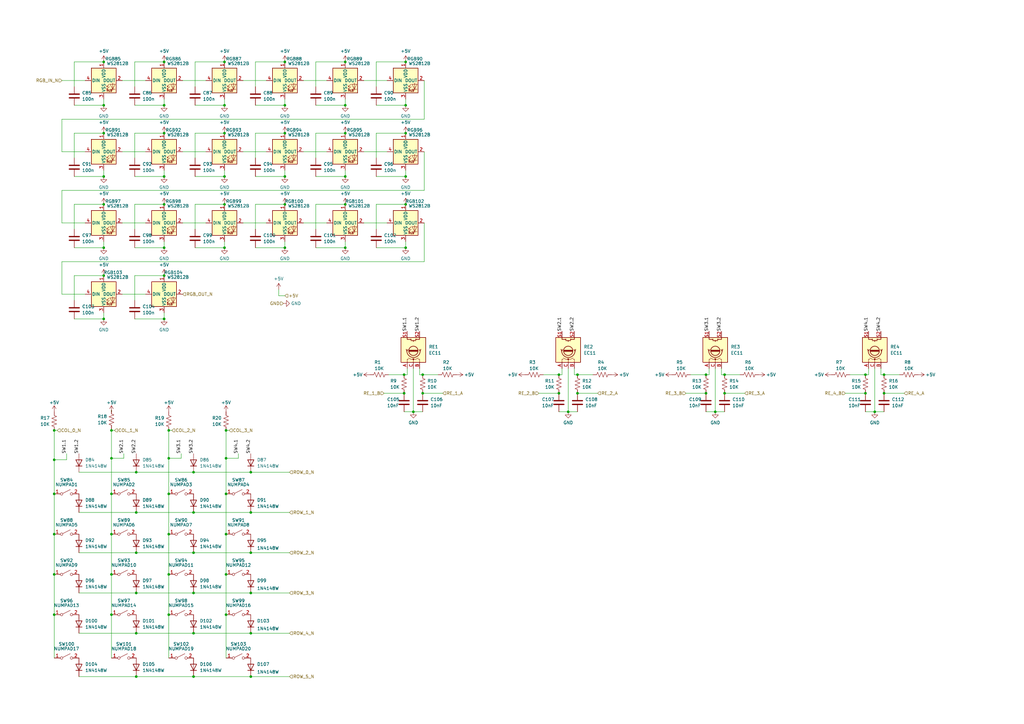
<source format=kicad_sch>
(kicad_sch (version 20230121) (generator eeschema)
  (paper "A3")
  (junction (at 55.88 243.205))
  (junction (at 79.375 259.715))
  (junction (at 22.225 188.595))
  (junction (at 79.375 277.495))
  (junction (at 79.375 226.695))
  (junction (at 358.775 168.91))
  (junction (at 67.31 54.61))
  (junction (at 55.88 193.675))
  (junction (at 22.225 176.53))
  (junction (at 42.545 72.39))
  (junction (at 42.545 83.82))
  (junction (at 92.075 101.6))
  (junction (at 55.88 277.495))
  (junction (at 92.71 252.095))
  (junction (at 79.375 210.185))
  (junction (at 92.075 54.61))
  (junction (at 22.225 252.095))
  (junction (at 67.31 83.82))
  (junction (at 141.605 43.18))
  (junction (at 42.545 25.4))
  (junction (at 173.355 153.67))
  (junction (at 166.37 72.39))
  (junction (at 92.71 219.075))
  (junction (at 229.235 161.29))
  (junction (at 116.84 83.82))
  (junction (at 67.31 130.81))
  (junction (at 116.84 25.4))
  (junction (at 165.735 161.29))
  (junction (at 22.225 202.565))
  (junction (at 92.075 43.18))
  (junction (at 166.37 43.18))
  (junction (at 297.18 161.29))
  (junction (at 45.72 235.585))
  (junction (at 69.215 219.075))
  (junction (at 293.37 168.91))
  (junction (at 165.735 153.67))
  (junction (at 22.225 235.585))
  (junction (at 69.215 202.565))
  (junction (at 42.545 130.81))
  (junction (at 173.355 161.29))
  (junction (at 69.215 187.96))
  (junction (at 116.84 72.39))
  (junction (at 102.87 193.675))
  (junction (at 45.72 176.53))
  (junction (at 354.965 153.67))
  (junction (at 102.87 226.695))
  (junction (at 92.075 83.82))
  (junction (at 116.84 43.18))
  (junction (at 92.71 187.96))
  (junction (at 362.585 153.67))
  (junction (at 42.545 101.6))
  (junction (at 116.84 101.6))
  (junction (at 45.72 202.565))
  (junction (at 22.225 219.075))
  (junction (at 79.375 243.205))
  (junction (at 102.87 210.185))
  (junction (at 42.545 113.03))
  (junction (at 229.235 153.67))
  (junction (at 92.71 176.53))
  (junction (at 42.545 43.18))
  (junction (at 166.37 83.82))
  (junction (at 297.18 153.67))
  (junction (at 141.605 101.6))
  (junction (at 236.855 161.29))
  (junction (at 169.545 168.91))
  (junction (at 233.045 168.91))
  (junction (at 92.71 235.585))
  (junction (at 45.72 219.075))
  (junction (at 102.87 243.205))
  (junction (at 67.31 113.03))
  (junction (at 289.56 161.29))
  (junction (at 67.31 101.6))
  (junction (at 166.37 54.61))
  (junction (at 67.31 72.39))
  (junction (at 166.37 101.6))
  (junction (at 92.71 202.565))
  (junction (at 92.075 25.4))
  (junction (at 42.545 54.61))
  (junction (at 67.31 25.4))
  (junction (at 236.855 153.67))
  (junction (at 45.72 187.96))
  (junction (at 102.87 259.715))
  (junction (at 141.605 83.82))
  (junction (at 354.965 161.29))
  (junction (at 79.375 193.675))
  (junction (at 69.215 176.53))
  (junction (at 362.585 161.29))
  (junction (at 55.88 210.185))
  (junction (at 55.88 226.695))
  (junction (at 141.605 54.61))
  (junction (at 69.215 252.095))
  (junction (at 69.215 235.585))
  (junction (at 289.56 153.67))
  (junction (at 102.87 277.495))
  (junction (at 116.84 54.61))
  (junction (at 67.31 43.18))
  (junction (at 141.605 72.39))
  (junction (at 141.605 25.4))
  (junction (at 166.37 25.4))
  (junction (at 92.075 72.39))
  (junction (at 55.88 259.715))
  (junction (at 45.72 252.095))
  (wire (pts (xy 116.84 54.61) (xy 104.775 54.61)))
  (wire (pts (xy 92.075 54.61) (xy 80.01 54.61)))
  (wire (pts (xy 79.375 226.695) (xy 102.87 226.695)))
  (wire (pts (xy 25.4 107.315) (xy 173.99 107.315)))
  (wire (pts (xy 22.225 188.595) (xy 27.305 188.595)))
  (wire (pts (xy 55.88 243.205) (xy 79.375 243.205)))
  (wire (pts (xy 67.31 83.82) (xy 55.245 83.82)))
  (wire (pts (xy 50.165 120.65) (xy 59.69 120.65)))
  (wire (pts (xy 42.545 83.82) (xy 30.48 83.82)))
  (wire (pts (xy 230.505 151.13) (xy 230.505 153.67)))
  (wire (pts (xy 293.37 168.91) (xy 297.18 168.91)))
  (wire (pts (xy 129.54 54.61) (xy 129.54 64.77)))
  (wire (pts (xy 173.355 153.67) (xy 172.085 153.67)))
  (wire (pts (xy 79.375 243.205) (xy 102.87 243.205)))
  (wire (pts (xy 283.21 153.67) (xy 289.56 153.67)))
  (wire (pts (xy 92.075 43.18) (xy 92.075 40.64)))
  (wire (pts (xy 67.31 130.81) (xy 67.31 128.27)))
  (wire (pts (xy 99.695 91.44) (xy 109.22 91.44)))
  (wire (pts (xy 129.54 43.18) (xy 141.605 43.18)))
  (wire (pts (xy 25.4 78.105) (xy 25.4 91.44)))
  (wire (pts (xy 356.235 151.13) (xy 356.235 153.67)))
  (wire (pts (xy 99.695 62.23) (xy 109.22 62.23)))
  (wire (pts (xy 22.225 176.53) (xy 23.495 176.53)))
  (wire (pts (xy 104.775 72.39) (xy 116.84 72.39)))
  (wire (pts (xy 92.71 176.53) (xy 93.98 176.53)))
  (wire (pts (xy 166.37 101.6) (xy 166.37 99.06)))
  (wire (pts (xy 92.075 25.4) (xy 80.01 25.4)))
  (wire (pts (xy 166.37 43.18) (xy 166.37 40.64)))
  (wire (pts (xy 80.01 72.39) (xy 92.075 72.39)))
  (wire (pts (xy 67.31 25.4) (xy 55.245 25.4)))
  (wire (pts (xy 32.385 193.675) (xy 55.88 193.675)))
  (wire (pts (xy 55.245 83.82) (xy 55.245 93.98)))
  (wire (pts (xy 149.225 62.23) (xy 158.75 62.23)))
  (wire (pts (xy 42.545 72.39) (xy 42.545 69.85)))
  (wire (pts (xy 116.84 25.4) (xy 104.775 25.4)))
  (wire (pts (xy 25.4 107.315) (xy 25.4 120.65)))
  (wire (pts (xy 67.31 72.39) (xy 67.31 69.85)))
  (wire (pts (xy 129.54 101.6) (xy 141.605 101.6)))
  (wire (pts (xy 289.56 161.29) (xy 281.305 161.29)))
  (wire (pts (xy 229.235 153.67) (xy 230.505 153.67)))
  (wire (pts (xy 165.735 153.67) (xy 167.005 153.67)))
  (wire (pts (xy 236.855 161.29) (xy 245.11 161.29)))
  (wire (pts (xy 30.48 130.81) (xy 42.545 130.81)))
  (wire (pts (xy 354.965 153.67) (xy 356.235 153.67)))
  (wire (pts (xy 236.855 153.67) (xy 235.585 153.67)))
  (wire (pts (xy 233.045 168.91) (xy 236.855 168.91)))
  (wire (pts (xy 289.56 168.91) (xy 293.37 168.91)))
  (wire (pts (xy 74.295 186.055) (xy 74.295 187.96)))
  (wire (pts (xy 55.245 25.4) (xy 55.245 35.56)))
  (wire (pts (xy 74.295 187.96) (xy 69.215 187.96)))
  (wire (pts (xy 361.315 151.13) (xy 361.315 153.67)))
  (wire (pts (xy 297.18 161.29) (xy 305.435 161.29)))
  (wire (pts (xy 229.235 168.91) (xy 233.045 168.91)))
  (wire (pts (xy 141.605 25.4) (xy 129.54 25.4)))
  (wire (pts (xy 173.99 62.23) (xy 173.99 78.105)))
  (wire (pts (xy 159.385 153.67) (xy 165.735 153.67)))
  (wire (pts (xy 55.245 130.81) (xy 67.31 130.81)))
  (wire (pts (xy 22.225 235.585) (xy 22.225 252.095)))
  (wire (pts (xy 243.205 153.67) (xy 236.855 153.67)))
  (wire (pts (xy 169.545 168.91) (xy 173.355 168.91)))
  (wire (pts (xy 45.72 168.91) (xy 45.72 168.275)))
  (wire (pts (xy 69.215 235.585) (xy 69.215 252.095)))
  (wire (pts (xy 102.87 193.675) (xy 118.745 193.675)))
  (wire (pts (xy 235.585 151.13) (xy 235.585 153.67)))
  (wire (pts (xy 154.305 54.61) (xy 154.305 64.77)))
  (wire (pts (xy 92.075 83.82) (xy 80.01 83.82)))
  (wire (pts (xy 50.8 186.055) (xy 50.8 187.96)))
  (wire (pts (xy 45.72 187.96) (xy 50.8 187.96)))
  (wire (pts (xy 358.775 151.13) (xy 358.775 168.91)))
  (wire (pts (xy 293.37 151.13) (xy 293.37 168.91)))
  (wire (pts (xy 104.775 83.82) (xy 104.775 93.98)))
  (wire (pts (xy 173.99 33.02) (xy 173.99 48.895)))
  (wire (pts (xy 124.46 62.23) (xy 133.985 62.23)))
  (wire (pts (xy 80.01 43.18) (xy 92.075 43.18)))
  (wire (pts (xy 69.215 252.095) (xy 69.215 269.875)))
  (wire (pts (xy 167.005 151.13) (xy 167.005 153.67)))
  (wire (pts (xy 92.71 202.565) (xy 92.71 219.075)))
  (wire (pts (xy 154.305 43.18) (xy 166.37 43.18)))
  (wire (pts (xy 50.165 62.23) (xy 59.69 62.23)))
  (wire (pts (xy 169.545 151.13) (xy 169.545 168.91)))
  (wire (pts (xy 362.585 153.67) (xy 361.315 153.67)))
  (wire (pts (xy 354.965 168.91) (xy 358.775 168.91)))
  (wire (pts (xy 25.4 78.105) (xy 173.99 78.105)))
  (wire (pts (xy 45.72 176.53) (xy 45.72 187.96)))
  (wire (pts (xy 154.305 25.4) (xy 154.305 35.56)))
  (wire (pts (xy 290.83 151.13) (xy 290.83 153.67)))
  (wire (pts (xy 30.48 43.18) (xy 42.545 43.18)))
  (wire (pts (xy 104.775 43.18) (xy 116.84 43.18)))
  (wire (pts (xy 74.93 62.23) (xy 84.455 62.23)))
  (wire (pts (xy 92.71 176.53) (xy 92.71 187.96)))
  (wire (pts (xy 27.305 188.595) (xy 27.305 186.055)))
  (wire (pts (xy 30.48 101.6) (xy 42.545 101.6)))
  (wire (pts (xy 92.075 72.39) (xy 92.075 69.85)))
  (wire (pts (xy 55.245 72.39) (xy 67.31 72.39)))
  (wire (pts (xy 55.88 193.675) (xy 79.375 193.675)))
  (wire (pts (xy 32.385 259.715) (xy 55.88 259.715)))
  (wire (pts (xy 116.84 43.18) (xy 116.84 40.64)))
  (wire (pts (xy 69.215 176.53) (xy 69.215 187.96)))
  (wire (pts (xy 25.4 62.23) (xy 34.925 62.23)))
  (wire (pts (xy 362.585 161.29) (xy 370.84 161.29)))
  (wire (pts (xy 368.935 153.67) (xy 362.585 153.67)))
  (wire (pts (xy 99.695 33.02) (xy 109.22 33.02)))
  (wire (pts (xy 80.01 25.4) (xy 80.01 35.56)))
  (wire (pts (xy 154.305 83.82) (xy 154.305 93.98)))
  (wire (pts (xy 102.87 259.715) (xy 118.745 259.715)))
  (wire (pts (xy 50.165 91.44) (xy 59.69 91.44)))
  (wire (pts (xy 102.87 277.495) (xy 118.745 277.495)))
  (wire (pts (xy 32.385 243.205) (xy 55.88 243.205)))
  (wire (pts (xy 55.88 226.695) (xy 79.375 226.695)))
  (wire (pts (xy 165.735 168.91) (xy 169.545 168.91)))
  (wire (pts (xy 114.3 121.285) (xy 116.84 121.285)))
  (wire (pts (xy 116.84 72.39) (xy 116.84 69.85)))
  (wire (pts (xy 69.215 187.96) (xy 69.215 202.565)))
  (wire (pts (xy 124.46 91.44) (xy 133.985 91.44)))
  (wire (pts (xy 92.71 219.075) (xy 92.71 235.585)))
  (wire (pts (xy 173.99 91.44) (xy 173.99 107.315)))
  (wire (pts (xy 45.72 235.585) (xy 45.72 252.095)))
  (wire (pts (xy 79.375 193.675) (xy 102.87 193.675)))
  (wire (pts (xy 55.245 54.61) (xy 55.245 64.77)))
  (wire (pts (xy 45.72 252.095) (xy 45.72 269.875)))
  (wire (pts (xy 79.375 259.715) (xy 102.87 259.715)))
  (wire (pts (xy 69.215 176.53) (xy 70.485 176.53)))
  (wire (pts (xy 354.965 161.29) (xy 346.71 161.29)))
  (wire (pts (xy 295.91 151.13) (xy 295.91 153.67)))
  (wire (pts (xy 92.71 235.585) (xy 92.71 252.095)))
  (wire (pts (xy 124.46 33.02) (xy 133.985 33.02)))
  (wire (pts (xy 141.605 43.18) (xy 141.605 40.64)))
  (wire (pts (xy 303.53 153.67) (xy 297.18 153.67)))
  (wire (pts (xy 297.18 153.67) (xy 295.91 153.67)))
  (wire (pts (xy 149.225 91.44) (xy 158.75 91.44)))
  (wire (pts (xy 92.71 187.96) (xy 92.71 202.565)))
  (wire (pts (xy 55.245 113.03) (xy 55.245 123.19)))
  (wire (pts (xy 80.01 101.6) (xy 92.075 101.6)))
  (wire (pts (xy 141.605 54.61) (xy 129.54 54.61)))
  (wire (pts (xy 45.72 202.565) (xy 45.72 219.075)))
  (wire (pts (xy 104.775 25.4) (xy 104.775 35.56)))
  (wire (pts (xy 22.225 176.53) (xy 22.225 188.595)))
  (wire (pts (xy 79.375 210.185) (xy 102.87 210.185)))
  (wire (pts (xy 30.48 83.82) (xy 30.48 93.98)))
  (wire (pts (xy 55.88 277.495) (xy 79.375 277.495)))
  (wire (pts (xy 42.545 101.6) (xy 42.545 99.06)))
  (wire (pts (xy 67.31 113.03) (xy 55.245 113.03)))
  (wire (pts (xy 45.72 176.53) (xy 46.99 176.53)))
  (wire (pts (xy 154.305 101.6) (xy 166.37 101.6)))
  (wire (pts (xy 22.225 252.095) (xy 22.225 269.875)))
  (wire (pts (xy 67.31 43.18) (xy 67.31 40.64)))
  (wire (pts (xy 348.615 153.67) (xy 354.965 153.67)))
  (wire (pts (xy 114.3 118.745) (xy 114.3 121.285)))
  (wire (pts (xy 104.775 101.6) (xy 116.84 101.6)))
  (wire (pts (xy 74.93 91.44) (xy 84.455 91.44)))
  (wire (pts (xy 42.545 130.81) (xy 42.545 128.27)))
  (wire (pts (xy 141.605 83.82) (xy 129.54 83.82)))
  (wire (pts (xy 179.705 153.67) (xy 173.355 153.67)))
  (wire (pts (xy 97.79 187.96) (xy 92.71 187.96)))
  (wire (pts (xy 129.54 83.82) (xy 129.54 93.98)))
  (wire (pts (xy 69.215 219.075) (xy 69.215 235.585)))
  (wire (pts (xy 50.165 33.02) (xy 59.69 33.02)))
  (wire (pts (xy 80.01 83.82) (xy 80.01 93.98)))
  (wire (pts (xy 30.48 25.4) (xy 30.48 35.56)))
  (wire (pts (xy 42.545 113.03) (xy 30.48 113.03)))
  (wire (pts (xy 149.225 33.02) (xy 158.75 33.02)))
  (wire (pts (xy 55.245 101.6) (xy 67.31 101.6)))
  (wire (pts (xy 67.31 101.6) (xy 67.31 99.06)))
  (wire (pts (xy 116.84 83.82) (xy 104.775 83.82)))
  (wire (pts (xy 92.075 101.6) (xy 92.075 99.06)))
  (wire (pts (xy 79.375 277.495) (xy 102.87 277.495)))
  (wire (pts (xy 166.37 54.61) (xy 154.305 54.61)))
  (wire (pts (xy 45.72 219.075) (xy 45.72 235.585)))
  (wire (pts (xy 32.385 277.495) (xy 55.88 277.495)))
  (wire (pts (xy 22.225 202.565) (xy 22.225 219.075)))
  (wire (pts (xy 42.545 54.61) (xy 30.48 54.61)))
  (wire (pts (xy 45.72 187.96) (xy 45.72 202.565)))
  (wire (pts (xy 289.56 153.67) (xy 290.83 153.67)))
  (wire (pts (xy 74.93 33.02) (xy 84.455 33.02)))
  (wire (pts (xy 67.31 54.61) (xy 55.245 54.61)))
  (wire (pts (xy 55.88 210.185) (xy 79.375 210.185)))
  (wire (pts (xy 165.735 161.29) (xy 157.48 161.29)))
  (wire (pts (xy 32.385 226.695) (xy 55.88 226.695)))
  (wire (pts (xy 25.4 91.44) (xy 34.925 91.44)))
  (wire (pts (xy 22.225 188.595) (xy 22.225 202.565)))
  (wire (pts (xy 97.79 186.055) (xy 97.79 187.96)))
  (wire (pts (xy 166.37 25.4) (xy 154.305 25.4)))
  (wire (pts (xy 229.235 161.29) (xy 220.98 161.29)))
  (wire (pts (xy 30.48 113.03) (xy 30.48 123.19)))
  (wire (pts (xy 358.775 168.91) (xy 362.585 168.91)))
  (wire (pts (xy 129.54 25.4) (xy 129.54 35.56)))
  (wire (pts (xy 129.54 72.39) (xy 141.605 72.39)))
  (wire (pts (xy 25.4 120.65) (xy 34.925 120.65)))
  (wire (pts (xy 32.385 210.185) (xy 55.88 210.185)))
  (wire (pts (xy 154.305 72.39) (xy 166.37 72.39)))
  (wire (pts (xy 173.355 161.29) (xy 181.61 161.29)))
  (wire (pts (xy 69.215 202.565) (xy 69.215 219.075)))
  (wire (pts (xy 45.72 175.895) (xy 45.72 176.53)))
  (wire (pts (xy 30.48 54.61) (xy 30.48 64.77)))
  (wire (pts (xy 55.88 259.715) (xy 79.375 259.715)))
  (wire (pts (xy 102.87 226.695) (xy 118.745 226.695)))
  (wire (pts (xy 233.045 151.13) (xy 233.045 168.91)))
  (wire (pts (xy 141.605 101.6) (xy 141.605 99.06)))
  (wire (pts (xy 30.48 72.39) (xy 42.545 72.39)))
  (wire (pts (xy 166.37 83.82) (xy 154.305 83.82)))
  (wire (pts (xy 80.01 54.61) (xy 80.01 64.77)))
  (wire (pts (xy 102.87 210.185) (xy 118.745 210.185)))
  (wire (pts (xy 166.37 72.39) (xy 166.37 69.85)))
  (wire (pts (xy 22.225 219.075) (xy 22.225 235.585)))
  (wire (pts (xy 141.605 72.39) (xy 141.605 69.85)))
  (wire (pts (xy 102.87 243.205) (xy 118.745 243.205)))
  (wire (pts (xy 42.545 25.4) (xy 30.48 25.4)))
  (wire (pts (xy 172.085 151.13) (xy 172.085 153.67)))
  (wire (pts (xy 25.4 48.895) (xy 25.4 62.23)))
  (wire (pts (xy 42.545 43.18) (xy 42.545 40.64)))
  (wire (pts (xy 25.4 48.895) (xy 173.99 48.895)))
  (wire (pts (xy 92.71 252.095) (xy 92.71 269.875)))
  (wire (pts (xy 104.775 54.61) (xy 104.775 64.77)))
  (wire (pts (xy 222.885 153.67) (xy 229.235 153.67)))
  (wire (pts (xy 25.4 33.02) (xy 34.925 33.02)))
  (wire (pts (xy 55.245 43.18) (xy 67.31 43.18)))
  (wire (pts (xy 116.84 101.6) (xy 116.84 99.06)))
  (label "SW2.2" (at 55.88 186.055 90))
  (label "SW2.1" (at 230.505 135.89 90))
  (label "SW1.2" (at 32.385 186.055 90))
  (label "SW1.1" (at 27.305 186.055 90))
  (label "SW3.2" (at 79.375 186.055 90))
  (label "SW4.1" (at 356.235 135.89 90))
  (label "SW4.1" (at 97.79 186.055 90))
  (label "SW2.1" (at 50.8 186.055 90))
  (label "SW1.1" (at 167.005 135.89 90))
  (label "SW4.2" (at 361.315 135.89 90))
  (label "SW3.1" (at 74.295 186.055 90))
  (label "SW4.2" (at 102.87 186.055 90))
  (label "SW1.2" (at 172.085 135.89 90))
  (label "SW3.2" (at 295.91 135.89 90))
  (label "SW2.2" (at 235.585 135.89 90))
  (label "SW3.1" (at 290.83 135.89 90))
  (hierarchical_label "COL_3_N" (shape input) (at 93.98 176.53 0))
  (hierarchical_label "COL_2_N" (shape input) (at 70.485 176.53 0))
  (hierarchical_label "ROW_4_N" (shape input) (at 118.745 259.715 0))
  (hierarchical_label "RE_2_A" (shape input) (at 245.11 161.29 0))
  (hierarchical_label "COL_0_N" (shape input) (at 23.495 176.53 0))
  (hierarchical_label "RE_1_B" (shape input) (at 157.48 161.29 180))
  (hierarchical_label "RE_4_A" (shape input) (at 370.84 161.29 0))
  (hierarchical_label "RE_3_B" (shape input) (at 281.305 161.29 180))
  (hierarchical_label "ROW_1_N" (shape input) (at 118.745 210.185 0))
  (hierarchical_label "ROW_3_N" (shape input) (at 118.745 243.205 0))
  (hierarchical_label "+5V" (shape input) (at 116.84 121.285 0))
  (hierarchical_label "RGB_IN_N" (shape input) (at 25.4 33.02 180))
  (hierarchical_label "ROW_5_N" (shape input) (at 118.745 277.495 0))
  (hierarchical_label "GND" (shape input) (at 116.205 124.46 180))
  (hierarchical_label "RE_1_A" (shape input) (at 181.61 161.29 0))
  (hierarchical_label "COL_1_N" (shape input) (at 46.99 176.53 0))
  (hierarchical_label "ROW_2_N" (shape input) (at 118.745 226.695 0))
  (hierarchical_label "RE_2_B" (shape input) (at 220.98 161.29 180))
  (hierarchical_label "RE_3_A" (shape input) (at 305.435 161.29 0))
  (hierarchical_label "RE_4_B" (shape input) (at 346.71 161.29 180))
  (hierarchical_label "ROW_0_N" (shape input) (at 118.745 193.675 0))
  (hierarchical_label "RGB_OUT_N" (shape input) (at 74.93 120.65 0))
  (symbol (lib_id "power:GND") (at 92.075 72.39 0) (unit 1)
    (property "Reference" "#PWR0193" (effects hide))
    (property "Value" "GND" (at 92.075 76.835 0))
  )
  (symbol (lib_id "Device:C") (at 55.245 127 0) (unit 1)
    (property "Reference" "C104" (at 58.42 125.7299 0) (effects (justify left)))
    (property "Value" "100n" (at 58.42 128.2699 0) (effects (justify left)))
    (property "Footprint" "Capacitor_SMD:C_0603_1608Metric" (effects hide))
  )
  (symbol (lib_id "power:GND") (at 166.37 101.6 0) (unit 1)
    (property "Reference" "#PWR0208" (effects hide))
    (property "Value" "GND" (at 166.37 106.045 0))
  )
  (symbol (lib_id "LED:WS2812B") (at 42.545 33.02 0) (unit 1)
    (property "Reference" "RGB85" (at 46.355 24.13 0))
    (property "Value" "WS2812B" (at 48.26 26.035 0))
    (property "Footprint" "LED_SMD:LED_WS2812B_PLCC4_5.0x5.0mm_P3.2mm" (effects hide))
    (property "Datasheet" "https://cdn-shop.adafruit.com/datasheets/WS2812B.pdf" (effects hide))
  )
  (symbol (lib_id "Device:D") (at 55.88 206.375 90) (unit 1)
    (property "Reference" "D89" (at 58.42 205.1049 90) (effects (justify right)))
    (property "Value" "1N4148W" (at 58.42 207.6449 90) (effects (justify right)))
    (property "Footprint" "Diode_SMD:D_SOD-123" (effects hide))
  )
  (symbol (lib_id "Switch:SW_SPST") (at 27.305 252.095 0) (unit 1)
    (property "Reference" "SW96" (at 27.305 246.38 0))
    (property "Value" "NUMPAD13" (at 27.305 248.285 0))
    (property "Footprint" "Button_Switch_Keyboard:SW_Cherry_MX_1.00u_PCB" (effects hide))
  )
  (symbol (lib_id "Switch:SW_SPST") (at 74.295 235.585 0) (unit 1)
    (property "Reference" "SW94" (at 74.295 229.87 0))
    (property "Value" "NUMPAD11" (at 74.295 231.775 0))
    (property "Footprint" "Button_Switch_Keyboard:SW_Cherry_MX_1.00u_PCB" (effects hide))
  )
  (symbol (lib_id "LED:WS2812B") (at 67.31 33.02 0) (unit 1)
    (property "Reference" "RGB86" (at 71.12 24.13 0))
    (property "Value" "WS2812B" (at 73.025 26.035 0))
    (property "Footprint" "LED_SMD:LED_WS2812B_PLCC4_5.0x5.0mm_P3.2mm" (effects hide))
    (property "Datasheet" "https://cdn-shop.adafruit.com/datasheets/WS2812B.pdf" (effects hide))
  )
  (symbol (lib_id "power:GND") (at 42.545 72.39 0) (unit 1)
    (property "Reference" "#PWR0191" (effects hide))
    (property "Value" "GND" (at 42.545 76.835 0))
  )
  (symbol (lib_id "Device:D") (at 55.88 255.905 90) (unit 1)
    (property "Reference" "D101" (at 58.42 254.6349 90) (effects (justify right)))
    (property "Value" "1N4148W" (at 58.42 257.1749 90) (effects (justify right)))
    (property "Footprint" "Diode_SMD:D_SOD-123" (effects hide))
  )
  (symbol (lib_id "Device:C") (at 30.48 97.79 0) (unit 1)
    (property "Reference" "C97" (at 33.655 96.5199 0) (effects (justify left)))
    (property "Value" "100n" (at 33.655 99.0599 0) (effects (justify left)))
    (property "Footprint" "Capacitor_SMD:C_0603_1608Metric" (effects hide))
  )
  (symbol (lib_id "Device:R_US") (at 344.805 153.67 90) (unit 1)
    (property "Reference" "R7" (at 345.44 148.59 90) (effects (justify left)))
    (property "Value" "10K" (at 346.71 151.13 90) (effects (justify left)))
    (property "Footprint" "Resistor_SMD:R_0603_1608Metric" (effects hide))
  )
  (symbol (lib_id "Device:R_US") (at 362.585 157.48 0) (unit 1)
    (property "Reference" "R16" (at 364.49 156.2099 0) (effects (justify left)))
    (property "Value" "10K" (at 364.49 158.7499 0) (effects (justify left)))
    (property "Footprint" "Resistor_SMD:R_0603_1608Metric" (effects hide))
  )
  (symbol (lib_id "power:+5V") (at 166.37 54.61 0) (unit 1)
    (property "Reference" "#PWR0190" (effects hide))
    (property "Value" "+5V" (at 166.37 50.165 0))
  )
  (symbol (lib_id "power:+5V") (at 166.37 25.4 0) (unit 1)
    (property "Reference" "#PWR0178" (effects hide))
    (property "Value" "+5V" (at 166.37 20.955 0))
  )
  (symbol (lib_id "Device:R_US") (at 155.575 153.67 90) (unit 1)
    (property "Reference" "R1" (at 156.21 148.59 90) (effects (justify left)))
    (property "Value" "10K" (at 157.48 151.13 90) (effects (justify left)))
    (property "Footprint" "Resistor_SMD:R_0603_1608Metric" (effects hide))
  )
  (symbol (lib_id "Device:D") (at 32.385 189.865 90) (unit 1)
    (property "Reference" "D84" (at 34.925 188.5949 90) (effects (justify right)))
    (property "Value" "1N4148W" (at 34.925 191.1349 90) (effects (justify right)))
    (property "Footprint" "Diode_SMD:D_SOD-123" (effects hide))
  )
  (symbol (lib_id "Switch:SW_SPST") (at 27.305 235.585 0) (unit 1)
    (property "Reference" "SW92" (at 27.305 229.87 0))
    (property "Value" "NUMPAD9" (at 27.305 231.775 0))
    (property "Footprint" "Button_Switch_Keyboard:SW_Cherry_MX_1.00u_PCB" (effects hide))
  )
  (symbol (lib_id "LED:WS2812B") (at 166.37 33.02 0) (unit 1)
    (property "Reference" "RGB90" (at 170.18 24.13 0))
    (property "Value" "WS2812B" (at 172.085 26.035 0))
    (property "Footprint" "LED_SMD:LED_WS2812B_PLCC4_5.0x5.0mm_P3.2mm" (effects hide))
    (property "Datasheet" "https://cdn-shop.adafruit.com/datasheets/WS2812B.pdf" (effects hide))
  )
  (symbol (lib_id "Device:C") (at 354.965 165.1 0) (unit 1)
    (property "Reference" "C111" (at 347.98 163.83 0) (effects (justify left)))
    (property "Value" "10nF" (at 347.98 166.37 0) (effects (justify left)))
    (property "Footprint" "Capacitor_SMD:C_0603_1608Metric" (effects hide))
  )
  (symbol (lib_id "Switch:SW_SPST") (at 74.295 252.095 0) (unit 1)
    (property "Reference" "SW98" (at 74.295 246.38 0))
    (property "Value" "NUMPAD15" (at 74.295 248.285 0))
    (property "Footprint" "Button_Switch_Keyboard:SW_Cherry_MX_1.00u_PCB" (effects hide))
  )
  (symbol (lib_id "Device:C") (at 297.18 165.1 0) (unit 1)
    (property "Reference" "C110" (at 300.355 163.8299 0) (effects (justify left)))
    (property "Value" "10nF" (at 300.355 166.3699 0) (effects (justify left)))
    (property "Footprint" "Capacitor_SMD:C_0603_1608Metric" (effects hide))
  )
  (symbol (lib_id "Switch:SW_SPST") (at 74.295 219.075 0) (unit 1)
    (property "Reference" "SW90" (at 74.295 213.36 0))
    (property "Value" "NUMPAD7" (at 74.295 215.265 0))
    (property "Footprint" "Button_Switch_Keyboard:SW_Cherry_MX_1.00u_PCB" (effects hide))
  )
  (symbol (lib_id "LED:WS2812B") (at 166.37 62.23 0) (unit 1)
    (property "Reference" "RGB96" (at 170.18 53.34 0))
    (property "Value" "WS2812B" (at 172.085 55.245 0))
    (property "Footprint" "LED_SMD:LED_WS2812B_PLCC4_5.0x5.0mm_P3.2mm" (effects hide))
    (property "Datasheet" "https://cdn-shop.adafruit.com/datasheets/WS2812B.pdf" (effects hide))
  )
  (symbol (lib_id "Device:D") (at 55.88 222.885 90) (unit 1)
    (property "Reference" "D93" (at 58.42 221.6149 90) (effects (justify right)))
    (property "Value" "1N4148W" (at 58.42 224.1549 90) (effects (justify right)))
    (property "Footprint" "Diode_SMD:D_SOD-123" (effects hide))
  )
  (symbol (lib_id "Device:R_US") (at 219.075 153.67 90) (unit 1)
    (property "Reference" "R3" (at 219.71 148.59 90) (effects (justify left)))
    (property "Value" "10K" (at 220.98 151.13 90) (effects (justify left)))
    (property "Footprint" "Resistor_SMD:R_0603_1608Metric" (effects hide))
  )
  (symbol (lib_id "Device:D") (at 32.385 239.395 90) (unit 1)
    (property "Reference" "D96" (at 34.925 238.1249 90) (effects (justify right)))
    (property "Value" "1N4148W" (at 34.925 240.6649 90) (effects (justify right)))
    (property "Footprint" "Diode_SMD:D_SOD-123" (effects hide))
  )
  (symbol (lib_id "power:+5V") (at 250.825 153.67 270) (unit 1)
    (property "Reference" "#PWR0218" (effects hide))
    (property "Value" "+5V" (at 255.905 153.67 90))
  )
  (symbol (lib_id "Device:C") (at 30.48 68.58 0) (unit 1)
    (property "Reference" "C91" (at 33.655 67.3099 0) (effects (justify left)))
    (property "Value" "100n" (at 33.655 69.8499 0) (effects (justify left)))
    (property "Footprint" "Capacitor_SMD:C_0603_1608Metric" (effects hide))
  )
  (symbol (lib_id "power:GND") (at 166.37 43.18 0) (unit 1)
    (property "Reference" "#PWR0184" (effects hide))
    (property "Value" "GND" (at 166.37 47.625 0))
  )
  (symbol (lib_id "Device:R_US") (at 247.015 153.67 270) (unit 1)
    (property "Reference" "R4" (at 245.11 148.59 90) (effects (justify left)))
    (property "Value" "10K" (at 245.11 151.13 90) (effects (justify left)))
    (property "Footprint" "Resistor_SMD:R_0603_1608Metric" (effects hide))
  )
  (symbol (lib_id "LED:WS2812B") (at 141.605 62.23 0) (unit 1)
    (property "Reference" "RGB95" (at 145.415 53.34 0))
    (property "Value" "WS2812B" (at 147.32 55.245 0))
    (property "Footprint" "LED_SMD:LED_WS2812B_PLCC4_5.0x5.0mm_P3.2mm" (effects hide))
    (property "Datasheet" "https://cdn-shop.adafruit.com/datasheets/WS2812B.pdf" (effects hide))
  )
  (symbol (lib_id "LED:WS2812B") (at 42.545 91.44 0) (unit 1)
    (property "Reference" "RGB97" (at 46.355 82.55 0))
    (property "Value" "WS2812B" (at 48.26 84.455 0))
    (property "Footprint" "LED_SMD:LED_WS2812B_PLCC4_5.0x5.0mm_P3.2mm" (effects hide))
    (property "Datasheet" "https://cdn-shop.adafruit.com/datasheets/WS2812B.pdf" (effects hide))
  )
  (symbol (lib_id "Device:R_US") (at 165.735 157.48 0) (unit 1)
    (property "Reference" "R9" (at 160.02 156.21 0) (effects (justify left)))
    (property "Value" "10K" (at 160.02 158.75 0) (effects (justify left)))
    (property "Footprint" "Resistor_SMD:R_0603_1608Metric" (effects hide))
  )
  (symbol (lib_id "Switch:SW_SPST") (at 74.295 202.565 0) (unit 1)
    (property "Reference" "SW86" (at 74.295 196.85 0))
    (property "Value" "NUMPAD3" (at 74.295 198.755 0))
    (property "Footprint" "Button_Switch_Keyboard:SW_Cherry_MX_1.00u_PCB" (effects hide))
  )
  (symbol (lib_id "Device:C") (at 30.48 39.37 0) (unit 1)
    (property "Reference" "C85" (at 33.655 38.0999 0) (effects (justify left)))
    (property "Value" "100n" (at 33.655 40.6399 0) (effects (justify left)))
    (property "Footprint" "Capacitor_SMD:C_0603_1608Metric" (effects hide))
  )
  (symbol (lib_id "Device:D") (at 102.87 239.395 90) (unit 1)
    (property "Reference" "D99" (at 105.41 238.1249 90) (effects (justify right)))
    (property "Value" "1N4148W" (at 105.41 241.2999 90) (effects (justify right)))
    (property "Footprint" "Diode_SMD:D_SOD-123" (effects hide))
  )
  (symbol (lib_id "power:+5V") (at 311.15 153.67 270) (unit 1)
    (property "Reference" "#PWR0220" (effects hide))
    (property "Value" "+5V" (at 316.23 153.67 90))
  )
  (symbol (lib_id "Switch:SW_SPST") (at 50.8 235.585 0) (unit 1)
    (property "Reference" "SW93" (at 50.8 229.87 0))
    (property "Value" "NUMPAD10" (at 50.8 231.775 0))
    (property "Footprint" "Button_Switch_Keyboard:SW_Cherry_MX_1.00u_PCB" (effects hide))
  )
  (symbol (lib_id "Device:D") (at 55.88 189.865 90) (unit 1)
    (property "Reference" "D85" (at 58.42 188.5949 90) (effects (justify right)))
    (property "Value" "1N4148W" (at 58.42 191.1349 90) (effects (justify right)))
    (property "Footprint" "Diode_SMD:D_SOD-123" (effects hide))
  )
  (symbol (lib_id "Device:R_US") (at 69.215 172.72 0) (unit 1)
    (property "Reference" "R19" (at 63.5 171.45 0) (effects (justify left)))
    (property "Value" "10K" (at 63.5 173.99 0) (effects (justify left)))
    (property "Footprint" "Resistor_SMD:R_0603_1608Metric" (effects hide))
  )
  (symbol (lib_id "Device:C") (at 104.775 97.79 0) (unit 1)
    (property "Reference" "C100" (at 107.95 96.5199 0) (effects (justify left)))
    (property "Value" "100n" (at 107.95 99.0599 0) (effects (justify left)))
    (property "Footprint" "Capacitor_SMD:C_0603_1608Metric" (effects hide))
  )
  (symbol (lib_id "Device:R_US") (at 372.745 153.67 270) (unit 1)
    (property "Reference" "R8" (at 370.84 148.59 90) (effects (justify left)))
    (property "Value" "10K" (at 370.84 151.13 90) (effects (justify left)))
    (property "Footprint" "Resistor_SMD:R_0603_1608Metric" (effects hide))
  )
  (symbol (lib_id "Device:C") (at 104.775 68.58 0) (unit 1)
    (property "Reference" "C94" (at 107.95 67.3099 0) (effects (justify left)))
    (property "Value" "100n" (at 107.95 69.8499 0) (effects (justify left)))
    (property "Footprint" "Capacitor_SMD:C_0603_1608Metric" (effects hide))
  )
  (symbol (lib_id "power:GND") (at 141.605 72.39 0) (unit 1)
    (property "Reference" "#PWR0195" (effects hide))
    (property "Value" "GND" (at 141.605 76.835 0))
  )
  (symbol (lib_id "power:GND") (at 116.84 101.6 0) (unit 1)
    (property "Reference" "#PWR0206" (effects hide))
    (property "Value" "GND" (at 116.84 106.045 0))
  )
  (symbol (lib_id "Device:R_US") (at 289.56 157.48 0) (unit 1)
    (property "Reference" "R13" (at 283.845 156.21 0) (effects (justify left)))
    (property "Value" "10K" (at 283.845 158.75 0) (effects (justify left)))
    (property "Footprint" "Resistor_SMD:R_0603_1608Metric" (effects hide))
  )
  (symbol (lib_id "Device:D") (at 102.87 189.865 90) (unit 1)
    (property "Reference" "D87" (at 105.41 188.5949 90) (effects (justify right)))
    (property "Value" "1N4148W" (at 105.41 191.1349 90) (effects (justify right)))
    (property "Footprint" "Diode_SMD:D_SOD-123" (effects hide))
  )
  (symbol (lib_id "Device:D") (at 32.385 222.885 90) (unit 1)
    (property "Reference" "D92" (at 34.925 221.6149 90) (effects (justify right)))
    (property "Value" "1N4148W" (at 34.925 224.1549 90) (effects (justify right)))
    (property "Footprint" "Diode_SMD:D_SOD-123" (effects hide))
  )
  (symbol (lib_id "power:+5V") (at 114.3 118.745 0) (unit 1)
    (property "Reference" "#PWR0211" (effects hide))
    (property "Value" "+5V" (at 114.3 114.3 0))
  )
  (symbol (lib_id "Device:R_US") (at 92.71 172.72 0) (unit 1)
    (property "Reference" "R20" (at 86.995 171.45 0) (effects (justify left)))
    (property "Value" "10K" (at 86.995 173.99 0) (effects (justify left)))
    (property "Footprint" "Resistor_SMD:R_0603_1608Metric" (effects hide))
  )
  (symbol (lib_id "LED:WS2812B") (at 141.605 91.44 0) (unit 1)
    (property "Reference" "RGB101" (at 145.415 82.55 0))
    (property "Value" "WS2812B" (at 147.32 84.455 0))
    (property "Footprint" "LED_SMD:LED_WS2812B_PLCC4_5.0x5.0mm_P3.2mm" (effects hide))
    (property "Datasheet" "https://cdn-shop.adafruit.com/datasheets/WS2812B.pdf" (effects hide))
  )
  (symbol (lib_id "LED:WS2812B") (at 92.075 91.44 0) (unit 1)
    (property "Reference" "RGB99" (at 95.885 82.55 0))
    (property "Value" "WS2812B" (at 97.79 84.455 0))
    (property "Footprint" "LED_SMD:LED_WS2812B_PLCC4_5.0x5.0mm_P3.2mm" (effects hide))
    (property "Datasheet" "https://cdn-shop.adafruit.com/datasheets/WS2812B.pdf" (effects hide))
  )
  (symbol (lib_id "Device:D") (at 32.385 273.685 90) (unit 1)
    (property "Reference" "D104" (at 34.925 272.4149 90) (effects (justify right)))
    (property "Value" "1N4148W" (at 34.925 274.9549 90) (effects (justify right)))
    (property "Footprint" "Diode_SMD:D_SOD-123" (effects hide))
  )
  (symbol (lib_id "LED:WS2812B") (at 116.84 62.23 0) (unit 1)
    (property "Reference" "RGB94" (at 120.65 53.34 0))
    (property "Value" "WS2812B" (at 122.555 55.245 0))
    (property "Footprint" "LED_SMD:LED_WS2812B_PLCC4_5.0x5.0mm_P3.2mm" (effects hide))
    (property "Datasheet" "https://cdn-shop.adafruit.com/datasheets/WS2812B.pdf" (effects hide))
  )
  (symbol (lib_id "Device:C") (at 154.305 97.79 0) (unit 1)
    (property "Reference" "C102" (at 157.48 96.5199 0) (effects (justify left)))
    (property "Value" "100n" (at 157.48 99.0599 0) (effects (justify left)))
    (property "Footprint" "Capacitor_SMD:C_0603_1608Metric" (effects hide))
  )
  (symbol (lib_id "Device:RotaryEncoder_Switch") (at 233.045 143.51 90) (unit 1)
    (property "Reference" "RE2" (at 239.395 142.2399 90) (effects (justify right)))
    (property "Value" "EC11" (at 239.395 144.7799 90) (effects (justify right)))
    (property "Footprint" "Rotary_Encoder:RotaryEncoder_Alps_EC11E-Switch_Vertical_H20mm" (effects hide))
  )
  (symbol (lib_id "power:+5V") (at 187.325 153.67 270) (unit 1)
    (property "Reference" "#PWR0216" (effects hide))
    (property "Value" "+5V" (at 192.405 153.67 90))
  )
  (symbol (lib_id "Device:D") (at 79.375 255.905 90) (unit 1)
    (property "Reference" "D102" (at 81.915 254.6349 90) (effects (justify right)))
    (property "Value" "1N4148W" (at 81.915 257.1749 90) (effects (justify right)))
    (property "Footprint" "Diode_SMD:D_SOD-123" (effects hide))
  )
  (symbol (lib_id "power:+5V") (at 166.37 83.82 0) (unit 1)
    (property "Reference" "#PWR0202" (effects hide))
    (property "Value" "+5V" (at 166.37 79.375 0))
  )
  (symbol (lib_id "power:GND") (at 233.045 168.91 0) (unit 1)
    (property "Reference" "#PWR0224" (effects hide))
    (property "Value" "GND" (at 233.045 173.355 0))
  )
  (symbol (lib_id "power:GND") (at 42.545 130.81 0) (unit 1)
    (property "Reference" "#PWR0213" (effects hide))
    (property "Value" "GND" (at 42.545 135.255 0))
  )
  (symbol (lib_id "power:+5V") (at 42.545 113.03 0) (unit 1)
    (property "Reference" "#PWR0209" (effects hide))
    (property "Value" "+5V" (at 42.545 108.585 0))
  )
  (symbol (lib_id "power:+5V") (at 151.765 153.67 90) (unit 1)
    (property "Reference" "#PWR0215" (effects hide))
    (property "Value" "+5V" (at 146.685 153.67 90))
  )
  (symbol (lib_id "Device:R_US") (at 279.4 153.67 90) (unit 1)
    (property "Reference" "R5" (at 280.035 148.59 90) (effects (justify left)))
    (property "Value" "10K" (at 281.305 151.13 90) (effects (justify left)))
    (property "Footprint" "Resistor_SMD:R_0603_1608Metric" (effects hide))
  )
  (symbol (lib_id "Device:C") (at 55.245 97.79 0) (unit 1)
    (property "Reference" "C98" (at 58.42 96.5199 0) (effects (justify left)))
    (property "Value" "100n" (at 58.42 99.0599 0) (effects (justify left)))
    (property "Footprint" "Capacitor_SMD:C_0603_1608Metric" (effects hide))
  )
  (symbol (lib_id "Device:R_US") (at 45.72 172.085 0) (unit 1)
    (property "Reference" "R18" (at 40.005 170.815 0) (effects (justify left)))
    (property "Value" "10K" (at 40.005 173.355 0) (effects (justify left)))
    (property "Footprint" "Resistor_SMD:R_0603_1608Metric" (effects hide))
  )
  (symbol (lib_id "power:GND") (at 358.775 168.91 0) (unit 1)
    (property "Reference" "#PWR0226" (effects hide))
    (property "Value" "GND" (at 358.775 173.355 0))
  )
  (symbol (lib_id "Device:C") (at 55.245 39.37 0) (unit 1)
    (property "Reference" "C86" (at 58.42 38.0999 0) (effects (justify left)))
    (property "Value" "100n" (at 58.42 40.6399 0) (effects (justify left)))
    (property "Footprint" "Capacitor_SMD:C_0603_1608Metric" (effects hide))
  )
  (symbol (lib_id "power:GND") (at 67.31 43.18 0) (unit 1)
    (property "Reference" "#PWR0180" (effects hide))
    (property "Value" "GND" (at 67.31 47.625 0))
  )
  (symbol (lib_id "Device:C") (at 236.855 165.1 0) (unit 1)
    (property "Reference" "C108" (at 240.03 163.8299 0) (effects (justify left)))
    (property "Value" "10nF" (at 240.03 166.3699 0) (effects (justify left)))
    (property "Footprint" "Capacitor_SMD:C_0603_1608Metric" (effects hide))
  )
  (symbol (lib_id "power:+5V") (at 67.31 83.82 0) (unit 1)
    (property "Reference" "#PWR0198" (effects hide))
    (property "Value" "+5V" (at 67.31 79.375 0))
  )
  (symbol (lib_id "Device:R_US") (at 173.355 157.48 0) (unit 1)
    (property "Reference" "R10" (at 175.26 156.2099 0) (effects (justify left)))
    (property "Value" "10K" (at 175.26 158.7499 0) (effects (justify left)))
    (property "Footprint" "Resistor_SMD:R_0603_1608Metric" (effects hide))
  )
  (symbol (lib_id "power:+5V") (at 376.555 153.67 270) (unit 1)
    (property "Reference" "#PWR0222" (effects hide))
    (property "Value" "+5V" (at 381.635 153.67 90))
  )
  (symbol (lib_id "power:+5V") (at 215.265 153.67 90) (unit 1)
    (property "Reference" "#PWR0217" (effects hide))
    (property "Value" "+5V" (at 210.185 153.67 90))
  )
  (symbol (lib_id "power:GND") (at 67.31 101.6 0) (unit 1)
    (property "Reference" "#PWR0204" (effects hide))
    (property "Value" "GND" (at 67.31 106.045 0))
  )
  (symbol (lib_id "Device:D") (at 55.88 273.685 90) (unit 1)
    (property "Reference" "D105" (at 58.42 272.4149 90) (effects (justify right)))
    (property "Value" "1N4148W" (at 58.42 274.9549 90) (effects (justify right)))
    (property "Footprint" "Diode_SMD:D_SOD-123" (effects hide))
  )
  (symbol (lib_id "power:GND") (at 116.84 43.18 0) (unit 1)
    (property "Reference" "#PWR0182" (effects hide))
    (property "Value" "GND" (at 116.84 47.625 0))
  )
  (symbol (lib_id "Device:R_US") (at 354.965 157.48 0) (unit 1)
    (property "Reference" "R15" (at 349.25 156.21 0) (effects (justify left)))
    (property "Value" "10K" (at 349.25 158.75 0) (effects (justify left)))
    (property "Footprint" "Resistor_SMD:R_0603_1608Metric" (effects hide))
  )
  (symbol (lib_id "LED:WS2812B") (at 92.075 62.23 0) (unit 1)
    (property "Reference" "RGB93" (at 95.885 53.34 0))
    (property "Value" "WS2812B" (at 97.79 55.245 0))
    (property "Footprint" "LED_SMD:LED_WS2812B_PLCC4_5.0x5.0mm_P3.2mm" (effects hide))
    (property "Datasheet" "https://cdn-shop.adafruit.com/datasheets/WS2812B.pdf" (effects hide))
  )
  (symbol (lib_id "Device:RotaryEncoder_Switch") (at 358.775 143.51 90) (unit 1)
    (property "Reference" "RE4" (at 365.125 142.2399 90) (effects (justify right)))
    (property "Value" "EC11" (at 365.125 144.7799 90) (effects (justify right)))
    (property "Footprint" "Rotary_Encoder:RotaryEncoder_Alps_EC11E-Switch_Vertical_H20mm" (effects hide))
  )
  (symbol (lib_id "Device:R_US") (at 236.855 157.48 0) (unit 1)
    (property "Reference" "R12" (at 238.76 156.2099 0) (effects (justify left)))
    (property "Value" "10K" (at 238.76 158.7499 0) (effects (justify left)))
    (property "Footprint" "Resistor_SMD:R_0603_1608Metric" (effects hide))
  )
  (symbol (lib_id "power:+5V") (at 141.605 25.4 0) (unit 1)
    (property "Reference" "#PWR0177" (effects hide))
    (property "Value" "+5V" (at 141.605 20.955 0))
  )
  (symbol (lib_id "Device:RotaryEncoder_Switch") (at 169.545 143.51 90) (unit 1)
    (property "Reference" "RE1" (at 175.895 142.2399 90) (effects (justify right)))
    (property "Value" "EC11" (at 175.895 144.7799 90) (effects (justify right)))
    (property "Footprint" "Rotary_Encoder:RotaryEncoder_Alps_EC11E-Switch_Vertical_H20mm" (effects hide))
  )
  (symbol (lib_id "Device:D") (at 55.88 239.395 90) (unit 1)
    (property "Reference" "D97" (at 58.42 238.1249 90) (effects (justify right)))
    (property "Value" "1N4148W" (at 58.42 240.6649 90) (effects (justify right)))
    (property "Footprint" "Diode_SMD:D_SOD-123" (effects hide))
  )
  (symbol (lib_id "LED:WS2812B") (at 141.605 33.02 0) (unit 1)
    (property "Reference" "RGB89" (at 145.415 24.13 0))
    (property "Value" "WS2812B" (at 147.32 26.035 0))
    (property "Footprint" "LED_SMD:LED_WS2812B_PLCC4_5.0x5.0mm_P3.2mm" (effects hide))
    (property "Datasheet" "https://cdn-shop.adafruit.com/datasheets/WS2812B.pdf" (effects hide))
  )
  (symbol (lib_id "Device:C") (at 129.54 39.37 0) (unit 1)
    (property "Reference" "C89" (at 132.715 38.0999 0) (effects (justify left)))
    (property "Value" "100n" (at 132.715 40.6399 0) (effects (justify left)))
    (property "Footprint" "Capacitor_SMD:C_0603_1608Metric" (effects hide))
  )
  (symbol (lib_id "power:+5V") (at 42.545 54.61 0) (unit 1)
    (property "Reference" "#PWR0185" (effects hide))
    (property "Value" "+5V" (at 42.545 50.165 0))
  )
  (symbol (lib_id "power:+5V") (at 92.075 83.82 0) (unit 1)
    (property "Reference" "#PWR0199" (effects hide))
    (property "Value" "+5V" (at 92.075 79.375 0))
  )
  (symbol (lib_id "Device:D") (at 102.87 222.885 90) (unit 1)
    (property "Reference" "D95" (at 105.41 221.6149 90) (effects (justify right)))
    (property "Value" "1N4148W" (at 105.41 224.7899 90) (effects (justify right)))
    (property "Footprint" "Diode_SMD:D_SOD-123" (effects hide))
  )
  (symbol (lib_id "Switch:SW_SPST") (at 27.305 202.565 0) (unit 1)
    (property "Reference" "SW84" (at 27.305 196.85 0))
    (property "Value" "NUMPAD1" (at 27.305 198.755 0))
    (property "Footprint" "Button_Switch_Keyboard:SW_Cherry_MX_1.00u_PCB" (effects hide))
  )
  (symbol (lib_id "Switch:SW_SPST") (at 50.8 252.095 0) (unit 1)
    (property "Reference" "SW97" (at 50.8 246.38 0))
    (property "Value" "NUMPAD14" (at 50.8 248.285 0))
    (property "Footprint" "Button_Switch_Keyboard:SW_Cherry_MX_1.00u_PCB" (effects hide))
  )
  (symbol (lib_id "Device:C") (at 229.235 165.1 0) (unit 1)
    (property "Reference" "C107" (at 222.25 163.83 0) (effects (justify left)))
    (property "Value" "10nF" (at 222.25 166.37 0) (effects (justify left)))
    (property "Footprint" "Capacitor_SMD:C_0603_1608Metric" (effects hide))
  )
  (symbol (lib_id "Device:D") (at 102.87 273.685 90) (unit 1)
    (property "Reference" "D107" (at 105.41 272.4149 90) (effects (justify right)))
    (property "Value" "1N4148W" (at 105.41 275.5899 90) (effects (justify right)))
    (property "Footprint" "Diode_SMD:D_SOD-123" (effects hide))
  )
  (symbol (lib_id "Device:R_US") (at 307.34 153.67 270) (unit 1)
    (property "Reference" "R6" (at 305.435 148.59 90) (effects (justify left)))
    (property "Value" "10K" (at 305.435 151.13 90) (effects (justify left)))
    (property "Footprint" "Resistor_SMD:R_0603_1608Metric" (effects hide))
  )
  (symbol (lib_id "power:+5V") (at 116.84 25.4 0) (unit 1)
    (property "Reference" "#PWR0176" (effects hide))
    (property "Value" "+5V" (at 116.84 20.955 0))
  )
  (symbol (lib_id "Device:R_US") (at 22.225 172.72 0) (unit 1)
    (property "Reference" "R17" (at 16.51 171.45 0) (effects (justify left)))
    (property "Value" "10K" (at 16.51 173.99 0) (effects (justify left)))
    (property "Footprint" "Resistor_SMD:R_0603_1608Metric" (effects hide))
  )
  (symbol (lib_id "power:GND") (at 293.37 168.91 0) (unit 1)
    (property "Reference" "#PWR0225" (effects hide))
    (property "Value" "GND" (at 293.37 173.355 0))
  )
  (symbol (lib_id "power:GND") (at 92.075 43.18 0) (unit 1)
    (property "Reference" "#PWR0181" (effects hide))
    (property "Value" "GND" (at 92.075 47.625 0))
  )
  (symbol (lib_id "Device:D") (at 79.375 189.865 90) (unit 1)
    (property "Reference" "D86" (at 81.915 188.5949 90) (effects (justify right)))
    (property "Value" "1N4148W" (at 81.915 191.1349 90) (effects (justify right)))
    (property "Footprint" "Diode_SMD:D_SOD-123" (effects hide))
  )
  (symbol (lib_id "power:+5V") (at 141.605 54.61 0) (unit 1)
    (property "Reference" "#PWR0189" (effects hide))
    (property "Value" "+5V" (at 141.605 50.165 0))
  )
  (symbol (lib_id "power:+5V") (at 92.075 25.4 0) (unit 1)
    (property "Reference" "#PWR0175" (effects hide))
    (property "Value" "+5V" (at 92.075 20.955 0))
  )
  (symbol (lib_id "Switch:SW_SPST") (at 97.79 252.095 0) (unit 1)
    (property "Reference" "SW99" (at 97.79 246.38 0))
    (property "Value" "NUMPAD16" (at 97.79 248.285 0))
    (property "Footprint" "Button_Switch_Keyboard:SW_Cherry_MX_1.00u_PCB" (effects hide))
  )
  (symbol (lib_id "power:+5V") (at 67.31 113.03 0) (unit 1)
    (property "Reference" "#PWR0210" (effects hide))
    (property "Value" "+5V" (at 67.31 108.585 0))
  )
  (symbol (lib_id "LED:WS2812B") (at 42.545 62.23 0) (unit 1)
    (property "Reference" "RGB91" (at 46.355 53.34 0))
    (property "Value" "WS2812B" (at 48.26 55.245 0))
    (property "Footprint" "LED_SMD:LED_WS2812B_PLCC4_5.0x5.0mm_P3.2mm" (effects hide))
    (property "Datasheet" "https://cdn-shop.adafruit.com/datasheets/WS2812B.pdf" (effects hide))
  )
  (symbol (lib_id "Device:D") (at 79.375 222.885 90) (unit 1)
    (property "Reference" "D94" (at 81.915 221.6149 90) (effects (justify right)))
    (property "Value" "1N4148W" (at 81.915 224.1549 90) (effects (justify right)))
    (property "Footprint" "Diode_SMD:D_SOD-123" (effects hide))
  )
  (symbol (lib_id "LED:WS2812B") (at 116.84 33.02 0) (unit 1)
    (property "Reference" "RGB88" (at 120.65 24.13 0))
    (property "Value" "WS2812B" (at 122.555 26.035 0))
    (property "Footprint" "LED_SMD:LED_WS2812B_PLCC4_5.0x5.0mm_P3.2mm" (effects hide))
    (property "Datasheet" "https://cdn-shop.adafruit.com/datasheets/WS2812B.pdf" (effects hide))
  )
  (symbol (lib_id "Device:C") (at 80.01 97.79 0) (unit 1)
    (property "Reference" "C99" (at 83.185 96.5199 0) (effects (justify left)))
    (property "Value" "100n" (at 83.185 99.0599 0) (effects (justify left)))
    (property "Footprint" "Capacitor_SMD:C_0603_1608Metric" (effects hide))
  )
  (symbol (lib_id "Device:C") (at 80.01 68.58 0) (unit 1)
    (property "Reference" "C93" (at 83.185 67.3099 0) (effects (justify left)))
    (property "Value" "100n" (at 83.185 69.8499 0) (effects (justify left)))
    (property "Footprint" "Capacitor_SMD:C_0603_1608Metric" (effects hide))
  )
  (symbol (lib_id "power:+5V") (at 340.995 153.67 90) (unit 1)
    (property "Reference" "#PWR0221" (effects hide))
    (property "Value" "+5V" (at 335.915 153.67 90))
  )
  (symbol (lib_id "Switch:SW_SPST") (at 50.8 219.075 0) (unit 1)
    (property "Reference" "SW89" (at 50.8 213.36 0))
    (property "Value" "NUMPAD6" (at 50.8 215.265 0))
    (property "Footprint" "Button_Switch_Keyboard:SW_Cherry_MX_1.00u_PCB" (effects hide))
  )
  (symbol (lib_id "power:GND") (at 116.205 124.46 90) (unit 1)
    (property "Reference" "#PWR0212" (effects hide))
    (property "Value" "GND" (at 119.38 124.4599 90) (effects (justify right)))
  )
  (symbol (lib_id "Device:R_US") (at 183.515 153.67 270) (unit 1)
    (property "Reference" "R2" (at 181.61 148.59 90) (effects (justify left)))
    (property "Value" "10K" (at 181.61 151.13 90) (effects (justify left)))
    (property "Footprint" "Resistor_SMD:R_0603_1608Metric" (effects hide))
  )
  (symbol (lib_id "power:+5V") (at 45.72 168.91 0) (unit 1)
    (property "Reference" "#PWR0229" (effects hide))
    (property "Value" "+5V" (at 45.72 165.1 0))
  )
  (symbol (lib_id "Switch:SW_SPST") (at 97.79 202.565 0) (unit 1)
    (property "Reference" "SW87" (at 97.79 196.85 0))
    (property "Value" "NUMPAD4" (at 97.79 198.755 0))
    (property "Footprint" "Button_Switch_Keyboard:SW_Cherry_MX_1.00u_PCB" (effects hide))
  )
  (symbol (lib_id "Device:C") (at 173.355 165.1 0) (unit 1)
    (property "Reference" "C106" (at 176.53 163.8299 0) (effects (justify left)))
    (property "Value" "10nF" (at 176.53 166.3699 0) (effects (justify left)))
    (property "Footprint" "Capacitor_SMD:C_0603_1608Metric" (effects hide))
  )
  (symbol (lib_id "Device:D") (at 102.87 255.905 90) (unit 1)
    (property "Reference" "D103" (at 105.41 254.6349 90) (effects (justify right)))
    (property "Value" "1N4148W" (at 105.41 257.8099 90) (effects (justify right)))
    (property "Footprint" "Diode_SMD:D_SOD-123" (effects hide))
  )
  (symbol (lib_id "power:GND") (at 67.31 130.81 0) (unit 1)
    (property "Reference" "#PWR0214" (effects hide))
    (property "Value" "GND" (at 67.31 135.255 0))
  )
  (symbol (lib_id "Switch:SW_SPST") (at 27.305 269.875 0) (unit 1)
    (property "Reference" "SW100" (at 27.305 264.16 0))
    (property "Value" "NUMPAD17" (at 27.305 266.065 0))
    (property "Footprint" "Button_Switch_Keyboard:SW_Cherry_MX_1.00u_PCB" (effects hide))
  )
  (symbol (lib_id "Switch:SW_SPST") (at 50.8 269.875 0) (unit 1)
    (property "Reference" "SW101" (at 50.8 264.16 0))
    (property "Value" "NUMPAD18" (at 50.8 266.065 0))
    (property "Footprint" "Button_Switch_Keyboard:SW_Cherry_MX_1.00u_PCB" (effects hide))
  )
  (symbol (lib_id "Switch:SW_SPST") (at 97.79 235.585 0) (unit 1)
    (property "Reference" "SW95" (at 97.79 229.87 0))
    (property "Value" "NUMPAD12" (at 97.79 231.775 0))
    (property "Footprint" "Button_Switch_Keyboard:SW_Cherry_MX_1.00u_PCB" (effects hide))
  )
  (symbol (lib_id "power:+5V") (at 42.545 83.82 0) (unit 1)
    (property "Reference" "#PWR0197" (effects hide))
    (property "Value" "+5V" (at 42.545 79.375 0))
  )
  (symbol (lib_id "Switch:SW_SPST") (at 74.295 269.875 0) (unit 1)
    (property "Reference" "SW102" (at 74.295 264.16 0))
    (property "Value" "NUMPAD19" (at 74.295 266.065 0))
    (property "Footprint" "Button_Switch_Keyboard:SW_Cherry_MX_1.00u_PCB" (effects hide))
  )
  (symbol (lib_id "power:GND") (at 116.84 72.39 0) (unit 1)
    (property "Reference" "#PWR0194" (effects hide))
    (property "Value" "GND" (at 116.84 76.835 0))
  )
  (symbol (lib_id "Device:C") (at 104.775 39.37 0) (unit 1)
    (property "Reference" "C88" (at 107.95 38.0999 0) (effects (justify left)))
    (property "Value" "100n" (at 107.95 40.6399 0) (effects (justify left)))
    (property "Footprint" "Capacitor_SMD:C_0603_1608Metric" (effects hide))
  )
  (symbol (lib_id "Device:C") (at 30.48 127 0) (unit 1)
    (property "Reference" "C103" (at 33.655 125.7299 0) (effects (justify left)))
    (property "Value" "100n" (at 33.655 128.2699 0) (effects (justify left)))
    (property "Footprint" "Capacitor_SMD:C_0603_1608Metric" (effects hide))
  )
  (symbol (lib_id "Device:D") (at 79.375 273.685 90) (unit 1)
    (property "Reference" "D106" (at 81.915 272.4149 90) (effects (justify right)))
    (property "Value" "1N4148W" (at 81.915 274.9549 90) (effects (justify right)))
    (property "Footprint" "Diode_SMD:D_SOD-123" (effects hide))
  )
  (symbol (lib_id "Device:C") (at 362.585 165.1 0) (unit 1)
    (property "Reference" "C112" (at 365.76 163.8299 0) (effects (justify left)))
    (property "Value" "10nF" (at 365.76 166.3699 0) (effects (justify left)))
    (property "Footprint" "Capacitor_SMD:C_0603_1608Metric" (effects hide))
  )
  (symbol (lib_id "Device:D") (at 102.87 206.375 90) (unit 1)
    (property "Reference" "D91" (at 105.41 205.1049 90) (effects (justify right)))
    (property "Value" "1N4148W" (at 105.41 207.6449 90) (effects (justify right)))
    (property "Footprint" "Diode_SMD:D_SOD-123" (effects hide))
  )
  (symbol (lib_id "LED:WS2812B") (at 42.545 120.65 0) (unit 1)
    (property "Reference" "RGB103" (at 46.355 111.76 0))
    (property "Value" "WS2812B" (at 48.26 113.665 0))
    (property "Footprint" "LED_SMD:LED_WS2812B_PLCC4_5.0x5.0mm_P3.2mm" (effects hide))
    (property "Datasheet" "https://cdn-shop.adafruit.com/datasheets/WS2812B.pdf" (effects hide))
  )
  (symbol (lib_id "Device:D") (at 32.385 255.905 90) (unit 1)
    (property "Reference" "D100" (at 34.925 254.6349 90) (effects (justify right)))
    (property "Value" "1N4148W" (at 34.925 257.1749 90) (effects (justify right)))
    (property "Footprint" "Diode_SMD:D_SOD-123" (effects hide))
  )
  (symbol (lib_id "power:+5V") (at 67.31 25.4 0) (unit 1)
    (property "Reference" "#PWR0174" (effects hide))
    (property "Value" "+5V" (at 67.31 20.955 0))
  )
  (symbol (lib_id "Switch:SW_SPST") (at 27.305 219.075 0) (unit 1)
    (property "Reference" "SW88" (at 27.305 213.36 0))
    (property "Value" "NUMPAD5" (at 27.305 215.265 0))
    (property "Footprint" "Button_Switch_Keyboard:SW_Cherry_MX_1.00u_PCB" (effects hide))
  )
  (symbol (lib_id "power:+5V") (at 92.075 54.61 0) (unit 1)
    (property "Reference" "#PWR0187" (effects hide))
    (property "Value" "+5V" (at 92.075 50.165 0))
  )
  (symbol (lib_id "power:+5V") (at 92.71 168.91 0) (unit 1)
    (property "Reference" "#PWR0230" (effects hide))
    (property "Value" "+5V" (at 92.71 165.1 0))
  )
  (symbol (lib_id "Device:D") (at 32.385 206.375 90) (unit 1)
    (property "Reference" "D88" (at 34.925 205.1049 90) (effects (justify right)))
    (property "Value" "1N4148W" (at 34.925 207.6449 90) (effects (justify right)))
    (property "Footprint" "Diode_SMD:D_SOD-123" (effects hide))
  )
  (symbol (lib_id "Device:C") (at 154.305 39.37 0) (unit 1)
    (property "Reference" "C90" (at 157.48 38.0999 0) (effects (justify left)))
    (property "Value" "100n" (at 157.48 40.6399 0) (effects (justify left)))
    (property "Footprint" "Capacitor_SMD:C_0603_1608Metric" (effects hide))
  )
  (symbol (lib_id "power:+5V") (at 67.31 54.61 0) (unit 1)
    (property "Reference" "#PWR0186" (effects hide))
    (property "Value" "+5V" (at 67.31 50.165 0))
  )
  (symbol (lib_id "power:GND") (at 166.37 72.39 0) (unit 1)
    (property "Reference" "#PWR0196" (effects hide))
    (property "Value" "GND" (at 166.37 76.835 0))
  )
  (symbol (lib_id "power:GND") (at 42.545 101.6 0) (unit 1)
    (property "Reference" "#PWR0203" (effects hide))
    (property "Value" "GND" (at 42.545 106.045 0))
  )
  (symbol (lib_id "Device:RotaryEncoder_Switch") (at 293.37 143.51 90) (unit 1)
    (property "Reference" "RE3" (at 299.72 142.2399 90) (effects (justify right)))
    (property "Value" "EC11" (at 299.72 144.7799 90) (effects (justify right)))
    (property "Footprint" "Rotary_Encoder:RotaryEncoder_Alps_EC11E-Switch_Vertical_H20mm" (effects hide))
  )
  (symbol (lib_id "power:GND") (at 169.545 168.91 0) (unit 1)
    (property "Reference" "#PWR0223" (effects hide))
    (property "Value" "GND" (at 169.545 173.355 0))
  )
  (symbol (lib_id "power:+5V") (at 42.545 25.4 0) (unit 1)
    (property "Reference" "#PWR0173" (effects hide))
    (property "Value" "+5V" (at 42.545 20.955 0))
  )
  (symbol (lib_id "LED:WS2812B") (at 67.31 120.65 0) (unit 1)
    (property "Reference" "RGB104" (at 71.12 111.76 0))
    (property "Value" "WS2812B" (at 73.025 113.665 0))
    (property "Footprint" "LED_SMD:LED_WS2812B_PLCC4_5.0x5.0mm_P3.2mm" (effects hide))
    (property "Datasheet" "https://cdn-shop.adafruit.com/datasheets/WS2812B.pdf" (effects hide))
  )
  (symbol (lib_id "power:GND") (at 42.545 43.18 0) (unit 1)
    (property "Reference" "#PWR0179" (effects hide))
    (property "Value" "GND" (at 42.545 47.625 0))
  )
  (symbol (lib_id "power:GND") (at 67.31 72.39 0) (unit 1)
    (property "Reference" "#PWR0192" (effects hide))
    (property "Value" "GND" (at 67.31 76.835 0))
  )
  (symbol (lib_id "Switch:SW_SPST") (at 50.8 202.565 0) (unit 1)
    (property "Reference" "SW85" (at 50.8 196.85 0))
    (property "Value" "NUMPAD2" (at 50.8 198.755 0))
    (property "Footprint" "Button_Switch_Keyboard:SW_Cherry_MX_1.00u_PCB" (effects hide))
  )
  (symbol (lib_id "Device:R_US") (at 229.235 157.48 0) (unit 1)
    (property "Reference" "R11" (at 223.52 156.21 0) (effects (justify left)))
    (property "Value" "10K" (at 223.52 158.75 0) (effects (justify left)))
    (property "Footprint" "Resistor_SMD:R_0603_1608Metric" (effects hide))
  )
  (symbol (lib_id "LED:WS2812B") (at 166.37 91.44 0) (unit 1)
    (property "Reference" "RGB102" (at 170.18 82.55 0))
    (property "Value" "WS2812B" (at 172.085 84.455 0))
    (property "Footprint" "LED_SMD:LED_WS2812B_PLCC4_5.0x5.0mm_P3.2mm" (effects hide))
    (property "Datasheet" "https://cdn-shop.adafruit.com/datasheets/WS2812B.pdf" (effects hide))
  )
  (symbol (lib_id "Device:C") (at 129.54 68.58 0) (unit 1)
    (property "Reference" "C95" (at 132.715 67.3099 0) (effects (justify left)))
    (property "Value" "100n" (at 132.715 69.8499 0) (effects (justify left)))
    (property "Footprint" "Capacitor_SMD:C_0603_1608Metric" (effects hide))
  )
  (symbol (lib_id "power:+5V") (at 22.225 168.91 0) (unit 1)
    (property "Reference" "#PWR0227" (effects hide))
    (property "Value" "+5V" (at 22.225 165.1 0))
  )
  (symbol (lib_id "LED:WS2812B") (at 67.31 62.23 0) (unit 1)
    (property "Reference" "RGB92" (at 71.12 53.34 0))
    (property "Value" "WS2812B" (at 73.025 55.245 0))
    (property "Footprint" "LED_SMD:LED_WS2812B_PLCC4_5.0x5.0mm_P3.2mm" (effects hide))
    (property "Datasheet" "https://cdn-shop.adafruit.com/datasheets/WS2812B.pdf" (effects hide))
  )
  (symbol (lib_id "power:+5V") (at 275.59 153.67 90) (unit 1)
    (property "Reference" "#PWR0219" (effects hide))
    (property "Value" "+5V" (at 270.51 153.67 90))
  )
  (symbol (lib_id "Switch:SW_SPST") (at 97.79 219.075 0) (unit 1)
    (property "Reference" "SW91" (at 97.79 213.36 0))
    (property "Value" "NUMPAD8" (at 97.79 215.265 0))
    (property "Footprint" "Button_Switch_Keyboard:SW_Cherry_MX_1.00u_PCB" (effects hide))
  )
  (symbol (lib_id "power:GND") (at 92.075 101.6 0) (unit 1)
    (property "Reference" "#PWR0205" (effects hide))
    (property "Value" "GND" (at 92.075 106.045 0))
  )
  (symbol (lib_id "Device:R_US") (at 297.18 157.48 0) (unit 1)
    (property "Reference" "R14" (at 299.085 156.2099 0) (effects (justify left)))
    (property "Value" "10K" (at 299.085 158.7499 0) (effects (justify left)))
    (property "Footprint" "Resistor_SMD:R_0603_1608Metric" (effects hide))
  )
  (symbol (lib_id "power:GND") (at 141.605 43.18 0) (unit 1)
    (property "Reference" "#PWR0183" (effects hide))
    (property "Value" "GND" (at 141.605 47.625 0))
  )
  (symbol (lib_id "Device:C") (at 55.245 68.58 0) (unit 1)
    (property "Reference" "C92" (at 58.42 67.3099 0) (effects (justify left)))
    (property "Value" "100n" (at 58.42 69.8499 0) (effects (justify left)))
    (property "Footprint" "Capacitor_SMD:C_0603_1608Metric" (effects hide))
  )
  (symbol (lib_id "power:+5V") (at 141.605 83.82 0) (unit 1)
    (property "Reference" "#PWR0201" (effects hide))
    (property "Value" "+5V" (at 141.605 79.375 0))
  )
  (symbol (lib_id "Device:C") (at 289.56 165.1 0) (unit 1)
    (property "Reference" "C109" (at 282.575 163.83 0) (effects (justify left)))
    (property "Value" "10nF" (at 282.575 166.37 0) (effects (justify left)))
    (property "Footprint" "Capacitor_SMD:C_0603_1608Metric" (effects hide))
  )
  (symbol (lib_id "Switch:SW_SPST") (at 97.79 269.875 0) (unit 1)
    (property "Reference" "SW103" (at 97.79 264.16 0))
    (property "Value" "NUMPAD20" (at 97.79 266.065 0))
    (property "Footprint" "Button_Switch_Keyboard:SW_Cherry_MX_1.00u_PCB" (effects hide))
  )
  (symbol (lib_id "Device:D") (at 79.375 206.375 90) (unit 1)
    (property "Reference" "D90" (at 81.915 205.1049 90) (effects (justify right)))
    (property "Value" "1N4148W" (at 81.915 207.6449 90) (effects (justify right)))
    (property "Footprint" "Diode_SMD:D_SOD-123" (effects hide))
  )
  (symbol (lib_id "LED:WS2812B") (at 92.075 33.02 0) (unit 1)
    (property "Reference" "RGB87" (at 95.885 24.13 0))
    (property "Value" "WS2812B" (at 97.79 26.035 0))
    (property "Footprint" "LED_SMD:LED_WS2812B_PLCC4_5.0x5.0mm_P3.2mm" (effects hide))
    (property "Datasheet" "https://cdn-shop.adafruit.com/datasheets/WS2812B.pdf" (effects hide))
  )
  (symbol (lib_id "power:+5V") (at 69.215 168.91 0) (unit 1)
    (property "Reference" "#PWR0231" (effects hide))
    (property "Value" "+5V" (at 69.215 165.1 0))
  )
  (symbol (lib_id "power:+5V") (at 116.84 54.61 0) (unit 1)
    (property "Reference" "#PWR0188" (effects hide))
    (property "Value" "+5V" (at 116.84 50.165 0))
  )
  (symbol (lib_id "Device:C") (at 154.305 68.58 0) (unit 1)
    (property "Reference" "C96" (at 157.48 67.3099 0) (effects (justify left)))
    (property "Value" "100n" (at 157.48 69.8499 0) (effects (justify left)))
    (property "Footprint" "Capacitor_SMD:C_0603_1608Metric" (effects hide))
  )
  (symbol (lib_id "Device:C") (at 129.54 97.79 0) (unit 1)
    (property "Reference" "C101" (at 132.715 96.5199 0) (effects (justify left)))
    (property "Value" "100n" (at 132.715 99.0599 0) (effects (justify left)))
    (property "Footprint" "Capacitor_SMD:C_0603_1608Metric" (effects hide))
  )
  (symbol (lib_id "LED:WS2812B") (at 116.84 91.44 0) (unit 1)
    (property "Reference" "RGB100" (at 120.65 82.55 0))
    (property "Value" "WS2812B" (at 122.555 84.455 0))
    (property "Footprint" "LED_SMD:LED_WS2812B_PLCC4_5.0x5.0mm_P3.2mm" (effects hide))
    (property "Datasheet" "https://cdn-shop.adafruit.com/datasheets/WS2812B.pdf" (effects hide))
  )
  (symbol (lib_id "power:GND") (at 141.605 101.6 0) (unit 1)
    (property "Reference" "#PWR0207" (effects hide))
    (property "Value" "GND" (at 141.605 106.045 0))
  )
  (symbol (lib_id "LED:WS2812B") (at 67.31 91.44 0) (unit 1)
    (property "Reference" "RGB98" (at 71.12 82.55 0))
    (property "Value" "WS2812B" (at 73.025 84.455 0))
    (property "Footprint" "LED_SMD:LED_WS2812B_PLCC4_5.0x5.0mm_P3.2mm" (effects hide))
    (property "Datasheet" "https://cdn-shop.adafruit.com/datasheets/WS2812B.pdf" (effects hide))
  )
  (symbol (lib_id "Device:C") (at 165.735 165.1 0) (unit 1)
    (property "Reference" "C105" (at 158.75 163.83 0) (effects (justify left)))
    (property "Value" "10nF" (at 158.75 166.37 0) (effects (justify left)))
    (property "Footprint" "Capacitor_SMD:C_0603_1608Metric" (effects hide))
  )
  (symbol (lib_id "power:+5V") (at 116.84 83.82 0) (unit 1)
    (property "Reference" "#PWR0200" (effects hide))
    (property "Value" "+5V" (at 116.84 79.375 0))
  )
  (symbol (lib_id "Device:C") (at 80.01 39.37 0) (unit 1)
    (property "Reference" "C87" (at 83.185 38.0999 0) (effects (justify left)))
    (property "Value" "100n" (at 83.185 40.6399 0) (effects (justify left)))
    (property "Footprint" "Capacitor_SMD:C_0603_1608Metric" (effects hide))
  )
  (symbol (lib_id "Device:D") (at 79.375 239.395 90) (unit 1)
    (property "Reference" "D98" (at 81.915 238.1249 90) (effects (justify right)))
    (property "Value" "1N4148W" (at 81.915 240.6649 90) (effects (justify right)))
    (property "Footprint" "Diode_SMD:D_SOD-123" (effects hide))
  )
)
</source>
